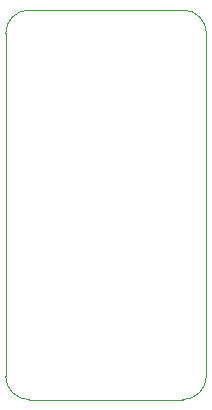
<source format=gbr>
%TF.GenerationSoftware,KiCad,Pcbnew,8.0.0*%
%TF.CreationDate,2025-01-24T21:29:13-08:00*%
%TF.ProjectId,Hope,486f7065-2e6b-4696-9361-645f70636258,rev?*%
%TF.SameCoordinates,Original*%
%TF.FileFunction,Profile,NP*%
%FSLAX46Y46*%
G04 Gerber Fmt 4.6, Leading zero omitted, Abs format (unit mm)*
G04 Created by KiCad (PCBNEW 8.0.0) date 2025-01-24 21:29:13*
%MOMM*%
%LPD*%
G01*
G04 APERTURE LIST*
%TA.AperFunction,Profile*%
%ADD10C,0.100000*%
%TD*%
G04 APERTURE END LIST*
D10*
X0Y2000000D02*
X0Y31000000D01*
X17000000Y31000000D02*
X17000000Y2000000D01*
X15000000Y0D02*
X2000000Y0D01*
X2000000Y33000000D02*
X15000000Y33000000D01*
X2000000Y0D02*
G75*
G02*
X0Y2000000I0J2000000D01*
G01*
X17000000Y2000000D02*
G75*
G02*
X15000000Y0I-2000000J0D01*
G01*
X0Y31000000D02*
G75*
G02*
X2000000Y33000000I2000000J0D01*
G01*
X15000000Y33000000D02*
G75*
G02*
X17000000Y31000000I0J-2000000D01*
G01*
M02*

</source>
